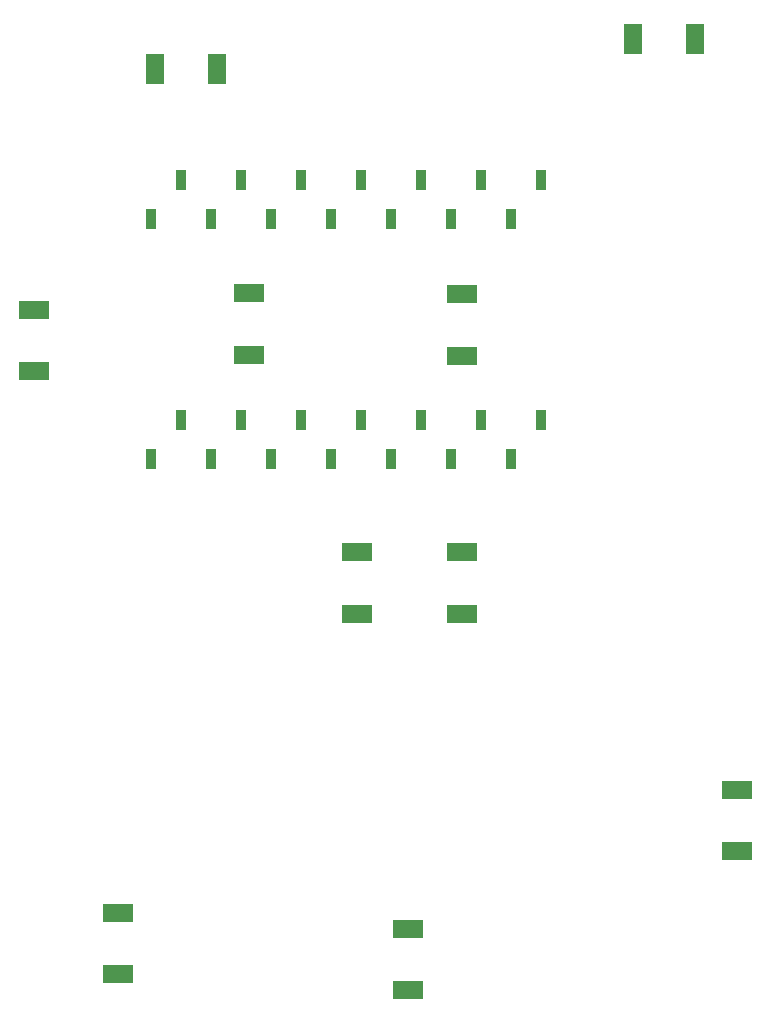
<source format=gbp>
G04 #@! TF.GenerationSoftware,KiCad,Pcbnew,6.0.0-rc1-unknown-73a0cbf~66~ubuntu16.04.1*
G04 #@! TF.CreationDate,2019-02-06T09:24:36-07:00
G04 #@! TF.ProjectId,001,3030312e-6b69-4636-9164-5f7063625858,rev?*
G04 #@! TF.SameCoordinates,Original*
G04 #@! TF.FileFunction,Paste,Bot*
G04 #@! TF.FilePolarity,Positive*
%FSLAX46Y46*%
G04 Gerber Fmt 4.6, Leading zero omitted, Abs format (unit mm)*
G04 Created by KiCad (PCBNEW 6.0.0-rc1-unknown-73a0cbf~66~ubuntu16.04.1) date 2019-02-06 09:24:36*
%MOMM*%
%LPD*%
G04 APERTURE LIST*
%ADD10R,2.647600X1.547600*%
%ADD11R,1.547600X2.647600*%
%ADD12R,0.847600X1.747600*%
G04 APERTURE END LIST*
D10*
X142824200Y-128667200D03*
X142824200Y-133867200D03*
X118237000Y-127295600D03*
X118237000Y-132495600D03*
X147320000Y-101964800D03*
X147320000Y-96764800D03*
X138430000Y-96764800D03*
X138430000Y-101964800D03*
X111125000Y-76216200D03*
X111125000Y-81416200D03*
X147320000Y-74920800D03*
X147320000Y-80120800D03*
X129336800Y-74844600D03*
X129336800Y-80044600D03*
D11*
X126602800Y-55880000D03*
X121402800Y-55880000D03*
D10*
X170662600Y-122081600D03*
X170662600Y-116881600D03*
D11*
X167065000Y-53340000D03*
X161865000Y-53340000D03*
D12*
X123596400Y-65227096D03*
X128676400Y-65227096D03*
X133756400Y-65227096D03*
X138836400Y-65227096D03*
X143916400Y-65227096D03*
X148996400Y-65227096D03*
X154076400Y-65227096D03*
X121056400Y-68527096D03*
X126136400Y-68527096D03*
X131216400Y-68527096D03*
X136296400Y-68527096D03*
X141376400Y-68527096D03*
X146456400Y-68527096D03*
X151536400Y-68527096D03*
X151536400Y-88847096D03*
X146456400Y-88847096D03*
X141376400Y-88847096D03*
X136296400Y-88847096D03*
X131216400Y-88847096D03*
X126136400Y-88847096D03*
X121056400Y-88847096D03*
X154076400Y-85547096D03*
X148996400Y-85547096D03*
X143916400Y-85547096D03*
X138836400Y-85547096D03*
X133756400Y-85547096D03*
X128676400Y-85547096D03*
X123596400Y-85547096D03*
M02*

</source>
